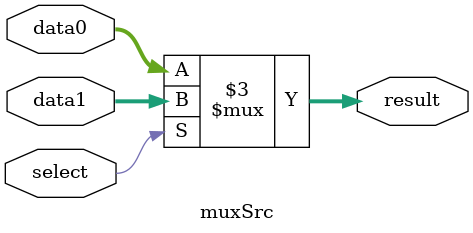
<source format=sv>

module muxSrc(input logic [15:0] data0,
					  input logic [15:0] data1,
					  input logic select,
					  output logic [15:0] result);

  always_comb begin
    if (select)
      result = data1;
    else
      result = data0;
  end

endmodule
</source>
